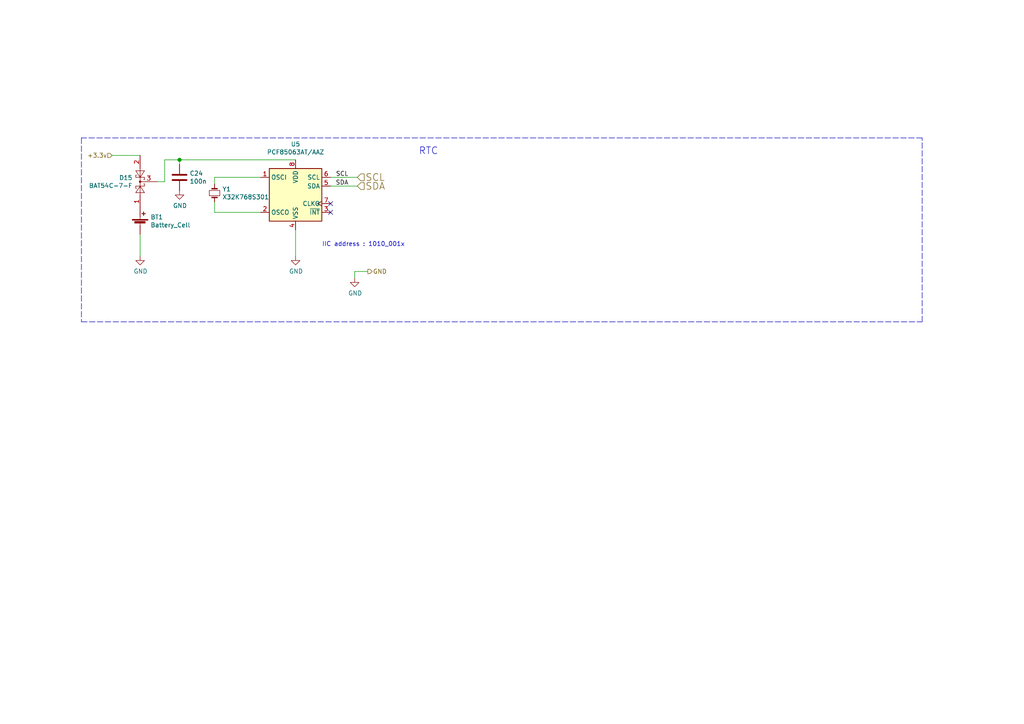
<source format=kicad_sch>
(kicad_sch (version 20210126) (generator eeschema)
  (paper "A4")
  (lib_symbols
    (symbol "Device:Battery_Cell" (pin_numbers hide) (pin_names (offset 0) hide)
      (property "Reference" "BT" (at 2.54 2.54 0))
      (property "Value" "Battery_Cell" (at 2.54 0 0))
      (symbol "Battery_Cell_0_1"
        (rectangle (start -2.286 1.778) (end 2.286 1.524) (fill (type outline)))
        (rectangle (start -1.5748 1.1938) (end 1.4732 0.6858) (fill (type outline)))
        (polyline (pts (xy 0 0.762) (xy 0 0)))
        (polyline (pts (xy 0 1.778) (xy 0 2.54)))
        (polyline (pts (xy 0.508 3.429) (xy 1.524 3.429)) (stroke (width 0.254)))
        (polyline (pts (xy 1.016 3.937) (xy 1.016 2.921)) (stroke (width 0.254)))
      )
      (symbol "Battery_Cell_1_1"
        (pin passive line (at 0 5.08 270) (length 2.54) (name "+") (number "1"))
        (pin passive line (at 0 -2.54 90) (length 2.54) (name "-") (number "2"))
      )
    )
    (symbol "Device:C" (pin_numbers hide) (pin_names (offset 0.254))
      (property "Reference" "C" (at 0.635 2.54 0))
      (property "Value" "C" (at 0.635 -2.54 0))
      (symbol "C_0_1"
        (polyline (pts (xy -2.032 -0.762) (xy 2.032 -0.762)) (stroke (width 0.508)))
        (polyline (pts (xy -2.032 0.762) (xy 2.032 0.762)) (stroke (width 0.508)))
      )
      (symbol "C_1_1"
        (pin passive line (at 0 3.81 270) (length 2.794) (name "~") (number "1"))
        (pin passive line (at 0 -3.81 90) (length 2.794) (name "~") (number "2"))
      )
    )
    (symbol "Device:Crystal_Small" (pin_numbers hide) (pin_names hide)
      (property "Reference" "Y" (at 0 2.54 0))
      (property "Value" "Crystal_Small" (at 0 -2.54 0))
      (symbol "Crystal_Small_0_1"
        (rectangle (start -0.762 -1.524) (end 0.762 1.524))
        (polyline (pts (xy -1.27 -0.762) (xy -1.27 0.762)) (stroke (width 0.381)))
        (polyline (pts (xy 1.27 -0.762) (xy 1.27 0.762)) (stroke (width 0.381)))
      )
      (symbol "Crystal_Small_1_1"
        (pin passive line (at -2.54 0 0) (length 1.27) (name "1") (number "1"))
        (pin passive line (at 2.54 0 180) (length 1.27) (name "2") (number "2"))
      )
    )
    (symbol "Diode:BAT54C"
      (property "Reference" "D" (at 0.635 -3.81 0))
      (property "Value" "BAT54C" (at -6.35 3.175 0))
      (symbol "BAT54C_0_1"
        (circle (center 0 0) (radius 0.254) (fill (type outline)))
        (polyline (pts (xy -1.905 0) (xy 1.905 0)))
        (polyline (pts (xy -1.905 1.27) (xy -1.905 1.016)))
        (polyline (pts (xy -1.27 -1.27) (xy -0.635 -1.27)))
        (polyline (pts (xy -1.27 0) (xy -3.81 0)))
        (polyline (pts (xy -1.27 1.27) (xy -1.905 1.27)))
        (polyline (pts (xy -1.27 1.27) (xy -1.27 -1.27)))
        (polyline (pts (xy -0.635 -1.27) (xy -0.635 -1.016)))
        (polyline (pts (xy 0.635 -1.27) (xy 0.635 -1.016)))
        (polyline (pts (xy 1.27 -1.27) (xy 0.635 -1.27)))
        (polyline (pts (xy 1.27 1.27) (xy 1.27 -1.27)))
        (polyline (pts (xy 1.27 1.27) (xy 1.905 1.27)))
        (polyline (pts (xy 1.905 1.27) (xy 1.905 1.016)))
        (polyline (pts (xy 3.81 0) (xy 1.27 0)))
        (polyline (pts (xy -3.175 -1.27) (xy -3.175 1.27) (xy -1.27 0) (xy -3.175 -1.27)))
        (polyline (pts (xy 3.175 -1.27) (xy 3.175 1.27) (xy 1.27 0) (xy 3.175 -1.27)))
      )
      (symbol "BAT54C_1_1"
        (pin passive line (at -7.62 0 0) (length 3.81) (name "~") (number "1"))
        (pin passive line (at 7.62 0 180) (length 3.81) (name "~") (number "2"))
        (pin passive line (at 0 -5.08 90) (length 5.08) (name "~") (number "3"))
      )
    )
    (symbol "Timer_RTC:PCF8563T"
      (property "Reference" "U" (at -7.62 8.89 0))
      (property "Value" "PCF8563T" (at 2.54 8.89 0))
      (symbol "PCF8563T_0_1"
        (rectangle (start -7.62 7.62) (end 7.62 -7.62) (stroke (width 0.254)) (fill (type background)))
      )
      (symbol "PCF8563T_1_1"
        (pin input line (at -10.16 5.08 0) (length 2.54) (name "OSCI") (number "1"))
        (pin output line (at -10.16 -5.08 0) (length 2.54) (name "OSCO") (number "2"))
        (pin output line (at 10.16 -5.08 180) (length 2.54) (name "~INT~") (number "3"))
        (pin power_in line (at 0 -10.16 90) (length 2.54) (name "VSS") (number "4"))
        (pin bidirectional line (at 10.16 2.54 180) (length 2.54) (name "SDA") (number "5"))
        (pin input line (at 10.16 5.08 180) (length 2.54) (name "SCL") (number "6"))
        (pin output clock (at 10.16 -2.54 180) (length 2.54) (name "CLKO") (number "7"))
        (pin power_in line (at 0 10.16 270) (length 2.54) (name "VDD") (number "8"))
      )
    )
    (symbol "power:GND" (power) (pin_names (offset 0))
      (property "Value" "GND" (at 0 -3.81 0))
      (symbol "GND_0_1"
        (polyline (pts (xy 0 0) (xy 0 -1.27) (xy 1.27 -1.27) (xy 0 -2.54) (xy -1.27 -1.27) (xy 0 -1.27)))
      )
      (symbol "GND_1_1"
        (pin power_in line (at 0 0 270) (length 0) hide (name "GND") (number "1"))
      )
    )
  )
  (junction (at 52.07 46.355) (diameter 1.016))
  (no_connect (at 95.885 59.055))
  (no_connect (at 95.885 61.595))
  (wire (pts (xy 32.512 45.085) (xy 40.64 45.085)))
  (wire (pts (xy 40.64 74.295) (xy 40.64 67.945)))
  (wire (pts (xy 45.72 52.705) (xy 47.752 52.705)))
  (wire (pts (xy 47.752 46.355) (xy 52.07 46.355)))
  (wire (pts (xy 47.752 52.705) (xy 47.752 46.355)))
  (wire (pts (xy 52.07 46.355) (xy 52.07 47.6504)))
  (wire (pts (xy 52.07 46.355) (xy 85.725 46.355)))
  (wire (pts (xy 62.23 51.435) (xy 62.23 53.467)))
  (wire (pts (xy 62.23 51.435) (xy 75.565 51.435)))
  (wire (pts (xy 62.23 61.595) (xy 62.23 58.547)))
  (wire (pts (xy 75.565 61.595) (xy 62.23 61.595)))
  (wire (pts (xy 85.725 66.675) (xy 85.725 74.295)))
  (wire (pts (xy 102.87 78.74) (xy 102.87 80.645)))
  (wire (pts (xy 103.632 51.435) (xy 95.885 51.435)))
  (wire (pts (xy 103.632 53.975) (xy 95.885 53.975)))
  (wire (pts (xy 106.68 78.74) (xy 102.87 78.74)))
  (polyline (pts (xy 23.622 40.005) (xy 23.622 93.345)) (stroke (width 0) (type dash)))
  (polyline (pts (xy 23.622 93.345) (xy 267.462 93.345)) (stroke (width 0) (type dash)))
  (polyline (pts (xy 267.462 40.005) (xy 23.622 40.005)) (stroke (width 0) (type dash)))
  (polyline (pts (xy 267.462 93.345) (xy 267.462 40.005)) (stroke (width 0) (type dash)))
  (text "IIC address : 1010_001x" (at 93.3958 71.6788 0) (effects (font (size 1.27 1.27)) (justify left bottom)))
  (text "RTC" (at 121.412 45.085 0) (effects (font (size 2.0066 2.0066)) (justify left bottom)))
  (label "SCL" (at 101.092 51.435 180))
  (label "SDA" (at 101.092 53.975 180))
  (hierarchical_label "+3.3v" (shape input) (at 32.512 45.085 180))
  (hierarchical_label "SCL" (shape input) (at 103.632 51.435 0) (effects (font (size 2.0066 2.0066))))
  (hierarchical_label "SDA" (shape input) (at 103.632 53.975 0) (effects (font (size 2.0066 2.0066))))
  (hierarchical_label "GND" (shape output) (at 106.68 78.74 0))
  (symbol (lib_id "power:GND") (at 40.64 74.295 0) (unit 1)
    (property "Reference" "#PWR0140" (effects hide))
    (property "Value" "GND" (at 40.767 78.6892 0))
  )
  (symbol (lib_id "power:GND") (at 52.07 55.2704 0) (unit 1)
    (property "Reference" "#PWR0139" (effects hide))
    (property "Value" "GND" (at 52.197 59.6646 0))
  )
  (symbol (lib_id "power:GND") (at 85.725 74.295 0) (unit 1)
    (property "Reference" "#PWR0138" (effects hide))
    (property "Value" "GND" (at 85.852 78.6892 0))
  )
  (symbol (lib_id "power:GND") (at 102.87 80.645 0) (unit 1)
    (property "Reference" "#PWR0142" (effects hide))
    (property "Value" "GND" (at 102.997 85.0392 0))
  )
  (symbol (lib_id "Device:Crystal_Small") (at 62.23 56.007 90) (unit 1)
    (property "Reference" "Y1" (at 64.4652 54.864 90) (effects (justify right)))
    (property "Value" "X32K768S301" (at 64.4652 57.15 90) (effects (justify right)))
    (property "Footprint" "Crystal:Crystal_SMD_3215-2Pin_3.2x1.5mm" (effects hide))
    (property "Field6" "X32K768S301" (effects hide))
    (property "Field7" "AEL" (effects hide))
    (property "Part Description" "Crystal 32.768KHz 7pF 20pmm" (effects hide))
    (property "LCSC" "C479189" (effects hide))
  )
  (symbol (lib_id "Device:Battery_Cell") (at 40.64 65.405 0) (unit 1)
    (property "Reference" "BT1" (at 43.6372 62.9666 0) (effects (justify left)))
    (property "Value" "Battery_Cell" (at 43.6372 65.278 0) (effects (justify left)))
    (property "Footprint" "Battery:BatteryHolder_Keystone_3034_1x20mm" (effects hide))
    (property "Datasheet" "https://www.keyelco.com/userAssets/file/M65p9.pdf" (effects hide))
    (property "Field4" "Digikey" (effects hide))
    (property "Field5" "36-3034-ND" (effects hide))
    (property "Field6" "3034" (effects hide))
    (property "Field7" "Keystone" (effects hide))
    (property "Part Description" "	Battery Retainer Coin, 20.0mm 1 Cell SMD (SMT) Tab" (effects hide))
  )
  (symbol (lib_id "Device:C") (at 52.07 51.4604 0) (unit 1)
    (property "Reference" "C24" (at 54.991 50.292 0) (effects (justify left)))
    (property "Value" "100n" (at 54.991 52.6034 0) (effects (justify left)))
    (property "Footprint" "Capacitor_SMD:C_0402_1005Metric" (effects hide))
    (property "Datasheet" "https://search.murata.co.jp/Ceramy/image/img/A01X/G101/ENG/GRM155R71C104KA88-01.pdf" (effects hide))
    (property "Field4" "Farnell" (effects hide))
    (property "Field5" "2611911" (effects hide))
    (property "Field6" "RM EMK105 B7104KV-F" (effects hide))
    (property "Field7" "TAIYO YUDEN EUROPE GMBH" (effects hide))
    (property "Part Description" "	0.1uF 10% 16V Ceramic Capacitor X7R 0402 (1005 Metric)" (effects hide))
    (property "Field8" "110091611" (effects hide))
    (property "LCSC" "C1525" (effects hide))
  )
  (symbol (lib_id "Diode:BAT54C") (at 40.64 52.705 90) (unit 1)
    (property "Reference" "D15" (at 38.4302 51.562 90) (effects (justify left)))
    (property "Value" "BAT54C-7-F" (at 38.4302 53.848 90) (effects (justify left)))
    (property "Footprint" "Package_TO_SOT_SMD:SOT-23" (effects hide))
    (property "Datasheet" "http://www.farnell.com/datasheets/2861240.pdf?_ga=2.129831176.54358802.1587372871-1787849031.1568210898&_gac=1.175311126.1587399424.EAIaIQobChMInOvF07P36AIVw7HtCh0NWwCeEAAYAyAAEgI0YfD_BwE" (effects hide))
    (property "Field4" "Farnell" (effects hide))
    (property "Field5" "2306010" (effects hide))
    (property "Field6" "BAT54C-7-F" (effects hide))
    (property "Field7" "Rohm" (effects hide))
    (property "Part Description" "Diode Array 1 Pair Common Cathode Schottky 30V 200mA (DC) Surface Mount TO-236-3, SC-59, SOT-23-3" (effects hide))
    (property "LCSC" "C37704" (effects hide))
  )
  (symbol (lib_id "Timer_RTC:PCF8563T") (at 85.725 56.515 0) (unit 1)
    (property "Reference" "U5" (at 85.725 41.8084 0))
    (property "Value" "PCF85063AT/AAZ" (at 85.725 44.1198 0))
    (property "Footprint" "Package_SO:SOIC-8_3.9x4.9mm_P1.27mm" (effects hide))
    (property "Datasheet" "https://www.nxp.com/docs/en/data-sheet/PCF85063A.pdf" (effects hide))
    (property "Field4" "Farnell" (effects hide))
    (property "Field5" "2890042" (effects hide))
    (property "Field7" "NXP" (effects hide))
    (property "Field6" "PCF85063AT/AAZ" (effects hide))
    (property "Part Description" "Real Time Clock (RTC) IC Clock/Calendar I²C, 2-Wire Serial 8-SOIC (0.154\", 3.90mm Width)" (effects hide))
    (property "LCSC" "C2157792" (effects hide))
  )
)
</source>
